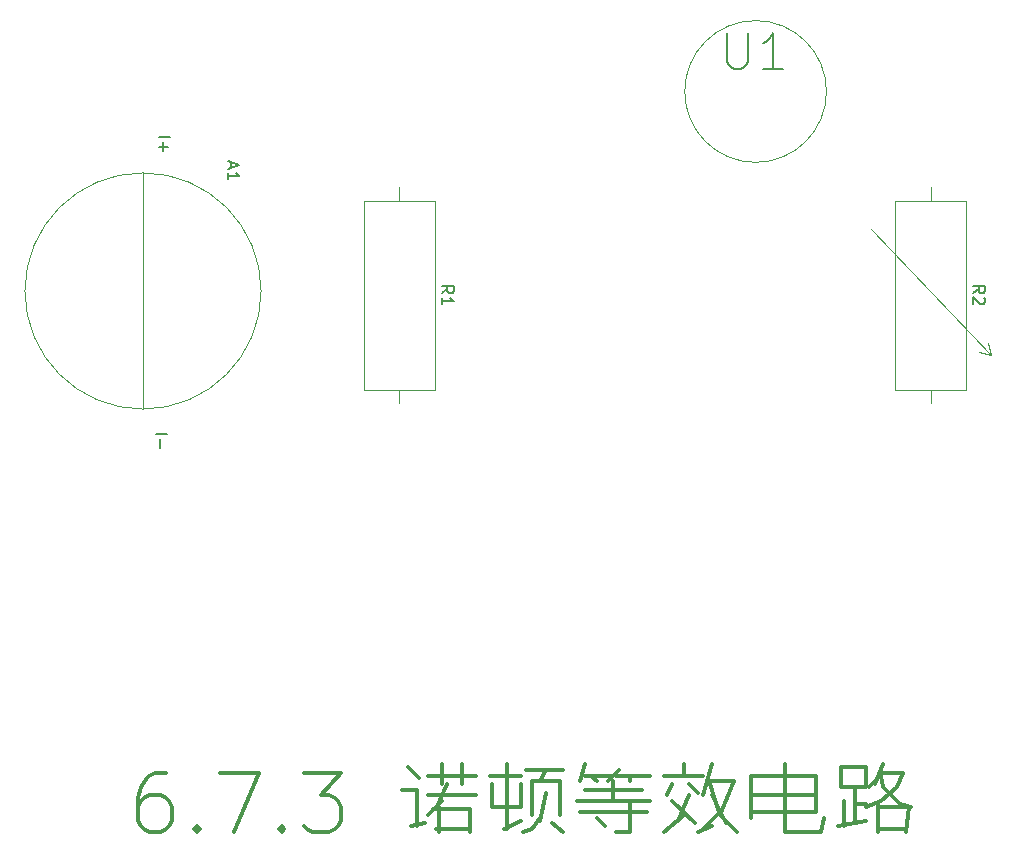
<source format=gbr>
%TF.GenerationSoftware,KiCad,Pcbnew,(6.0.7)*%
%TF.CreationDate,2022-09-05T15:17:16+08:00*%
%TF.ProjectId,6_7_3,365f375f-332e-46b6-9963-61645f706362,rev?*%
%TF.SameCoordinates,Original*%
%TF.FileFunction,Legend,Top*%
%TF.FilePolarity,Positive*%
%FSLAX46Y46*%
G04 Gerber Fmt 4.6, Leading zero omitted, Abs format (unit mm)*
G04 Created by KiCad (PCBNEW (6.0.7)) date 2022-09-05 15:17:16*
%MOMM*%
%LPD*%
G01*
G04 APERTURE LIST*
%ADD10C,0.300000*%
%ADD11C,0.150000*%
%ADD12C,0.120000*%
G04 APERTURE END LIST*
D10*
X32118904Y-93350104D02*
X31166523Y-93350104D01*
X30690333Y-93588200D01*
X30452238Y-93826295D01*
X29976047Y-94540580D01*
X29737952Y-95492961D01*
X29737952Y-97397723D01*
X29976047Y-97873914D01*
X30214142Y-98112009D01*
X30690333Y-98350104D01*
X31642714Y-98350104D01*
X32118904Y-98112009D01*
X32356999Y-97873914D01*
X32595095Y-97397723D01*
X32595095Y-96207247D01*
X32356999Y-95731057D01*
X32118904Y-95492961D01*
X31642714Y-95254866D01*
X30690333Y-95254866D01*
X30214142Y-95492961D01*
X29976047Y-95731057D01*
X29737952Y-96207247D01*
X34737952Y-97873914D02*
X34976047Y-98112009D01*
X34737952Y-98350104D01*
X34499857Y-98112009D01*
X34737952Y-97873914D01*
X34737952Y-98350104D01*
X36642714Y-93350104D02*
X39976047Y-93350104D01*
X37833190Y-98350104D01*
X41880809Y-97873914D02*
X42118904Y-98112009D01*
X41880809Y-98350104D01*
X41642714Y-98112009D01*
X41880809Y-97873914D01*
X41880809Y-98350104D01*
X43785571Y-93350104D02*
X46880809Y-93350104D01*
X45214142Y-95254866D01*
X45928428Y-95254866D01*
X46404619Y-95492961D01*
X46642714Y-95731057D01*
X46880809Y-96207247D01*
X46880809Y-97397723D01*
X46642714Y-97873914D01*
X46404619Y-98112009D01*
X45928428Y-98350104D01*
X44499857Y-98350104D01*
X44023666Y-98112009D01*
X43785571Y-97873914D01*
X54261761Y-93588200D02*
X58309380Y-93588200D01*
X54261761Y-95254866D02*
X58309380Y-95254866D01*
X54976047Y-98112009D02*
X57833190Y-98112009D01*
X52118904Y-94778676D02*
X53309380Y-94778676D01*
X53309380Y-97873914D01*
X55214142Y-96207247D02*
X55214142Y-98350104D01*
X55452238Y-92635819D02*
X55452238Y-94302485D01*
X57118904Y-92635819D02*
X57118904Y-94302485D01*
X54737952Y-96445342D02*
X57833190Y-96445342D01*
X57833190Y-98350104D01*
X52595095Y-92873914D02*
X53547476Y-93826295D01*
X55452238Y-95731057D02*
X54261761Y-96921533D01*
X55928428Y-94302485D02*
X54976047Y-96445342D01*
X54023666Y-97635819D02*
X52833190Y-97873914D01*
X62595095Y-93112009D02*
X65690333Y-93112009D01*
X59499857Y-93588200D02*
X62118904Y-93588200D01*
X59737952Y-96207247D02*
X62118904Y-96207247D01*
X59737952Y-94302485D02*
X59737952Y-96207247D01*
X60928428Y-92635819D02*
X60928428Y-98112009D01*
X62118904Y-94302485D02*
X62118904Y-96207247D01*
X63071285Y-94064390D02*
X63071285Y-96921533D01*
X63071285Y-94064390D02*
X65452238Y-94064390D01*
X65452238Y-96921533D01*
X64737952Y-97635819D02*
X65690333Y-98350104D01*
X64261761Y-93112009D02*
X63785571Y-94064390D01*
X62118904Y-97397723D02*
X60690333Y-98112009D01*
X63785571Y-97159628D02*
X63071285Y-98112009D01*
X62356999Y-98350104D01*
X64261761Y-95016771D02*
X63785571Y-97397723D01*
X67595095Y-93588200D02*
X69737952Y-93588200D01*
X70214142Y-93588200D02*
X73071285Y-93588200D01*
X67595095Y-94778676D02*
X72357000Y-94778676D01*
X66880809Y-95731057D02*
X73071285Y-95731057D01*
X67118904Y-96683438D02*
X72833190Y-96683438D01*
X70214142Y-98350104D02*
X71404619Y-98350104D01*
X69976047Y-94064390D02*
X69976047Y-95731057D01*
X71404619Y-95731057D02*
X71404619Y-98350104D01*
X68547476Y-97159628D02*
X69261761Y-97873914D01*
X71404619Y-93588200D02*
X71404619Y-94064390D01*
X70452238Y-93112009D02*
X69499857Y-94064390D01*
X68071285Y-93588200D02*
X68547476Y-94064390D01*
X67595095Y-92635819D02*
X67118904Y-94064390D01*
X74261761Y-93588200D02*
X77595095Y-93588200D01*
X75928428Y-92635819D02*
X75928428Y-93588200D01*
X79023666Y-96921533D02*
X80452238Y-98350104D01*
X74976047Y-95731057D02*
X76880809Y-97635819D01*
X76404619Y-94302485D02*
X77118904Y-95016771D01*
X75928428Y-96921533D02*
X74261761Y-98350104D01*
X78309380Y-97873914D02*
X77118904Y-98350104D01*
X79023666Y-96683438D02*
X77595095Y-98112009D01*
X78309380Y-95254866D02*
X79499857Y-97635819D01*
X74976047Y-94302485D02*
X74499857Y-95254866D01*
X76404619Y-95254866D02*
X75452238Y-97397723D01*
X78071285Y-94064390D02*
X79023666Y-96921533D01*
X78071285Y-94064390D02*
X80214142Y-94064390D01*
X79023666Y-96921533D01*
X78309380Y-92635819D02*
X77595095Y-95254866D01*
X81642714Y-95254866D02*
X87118904Y-95254866D01*
X81642714Y-96683438D02*
X87118904Y-96683438D01*
X84499857Y-98350104D02*
X87595095Y-98350104D01*
X81642714Y-93588200D02*
X81642714Y-97159628D01*
X84499857Y-92635819D02*
X84499857Y-98350104D01*
X81642714Y-93588200D02*
X87118904Y-93588200D01*
X87118904Y-96683438D01*
X87833190Y-97159628D02*
X87595095Y-98350104D01*
X89261761Y-94540580D02*
X91404619Y-94540580D01*
X90452238Y-95969152D02*
X91404619Y-95969152D01*
X92357000Y-98112009D02*
X94737952Y-98112009D01*
X89261761Y-92873914D02*
X89261761Y-94540580D01*
X89499857Y-95731057D02*
X89499857Y-97873914D01*
X90452238Y-94540580D02*
X90452238Y-97635819D01*
X89261761Y-92873914D02*
X91404619Y-92873914D01*
X91404619Y-94540580D01*
X92357000Y-95969152D02*
X92357000Y-98350104D01*
X92357000Y-96207247D02*
X94976047Y-96207247D01*
X94737952Y-98350104D01*
X92357000Y-93826295D02*
X91642714Y-94540580D01*
X92595095Y-93588200D02*
X92833190Y-94540580D01*
X94261761Y-95969152D01*
X95214142Y-96207247D01*
X92833190Y-92635819D02*
X92118904Y-94302485D01*
X92595095Y-93350104D02*
X94499857Y-93350104D01*
X94023666Y-94540580D01*
X92595095Y-95731057D01*
X91404619Y-96207247D01*
X91404619Y-97397723D02*
X89023666Y-97873914D01*
D11*
%TO.C,A1*%
X37603133Y-41678314D02*
X37603133Y-42154504D01*
X37317419Y-41583076D02*
X38317419Y-41916409D01*
X37317419Y-42249742D01*
X37317419Y-43106885D02*
X37317419Y-42535457D01*
X37317419Y-42821171D02*
X38317419Y-42821171D01*
X38174561Y-42725933D01*
X38079323Y-42630695D01*
X38031704Y-42535457D01*
X31475419Y-39487552D02*
X32475419Y-39487552D01*
X31856371Y-39963742D02*
X31856371Y-40725647D01*
X31475419Y-40344695D02*
X32237323Y-40344695D01*
X31221419Y-64633552D02*
X32221419Y-64633552D01*
X31602371Y-65109742D02*
X31602371Y-65871647D01*
%TO.C,R1*%
X55453019Y-52741533D02*
X55929209Y-52408200D01*
X55453019Y-52170104D02*
X56453019Y-52170104D01*
X56453019Y-52551057D01*
X56405400Y-52646295D01*
X56357780Y-52693914D01*
X56262542Y-52741533D01*
X56119685Y-52741533D01*
X56024447Y-52693914D01*
X55976828Y-52646295D01*
X55929209Y-52551057D01*
X55929209Y-52170104D01*
X55453019Y-53693914D02*
X55453019Y-53122485D01*
X55453019Y-53408200D02*
X56453019Y-53408200D01*
X56310161Y-53312961D01*
X56214923Y-53217723D01*
X56167304Y-53122485D01*
%TO.C,R2*%
X100436419Y-52741533D02*
X100912609Y-52408200D01*
X100436419Y-52170104D02*
X101436419Y-52170104D01*
X101436419Y-52551057D01*
X101388800Y-52646295D01*
X101341180Y-52693914D01*
X101245942Y-52741533D01*
X101103085Y-52741533D01*
X101007847Y-52693914D01*
X100960228Y-52646295D01*
X100912609Y-52551057D01*
X100912609Y-52170104D01*
X101341180Y-53122485D02*
X101388800Y-53170104D01*
X101436419Y-53265342D01*
X101436419Y-53503438D01*
X101388800Y-53598676D01*
X101341180Y-53646295D01*
X101245942Y-53693914D01*
X101150704Y-53693914D01*
X101007847Y-53646295D01*
X100436419Y-53074866D01*
X100436419Y-53693914D01*
%TO.C,U1*%
X79629285Y-30742142D02*
X79629285Y-33170714D01*
X79772142Y-33456428D01*
X79915000Y-33599285D01*
X80200714Y-33742142D01*
X80772142Y-33742142D01*
X81057857Y-33599285D01*
X81200714Y-33456428D01*
X81343571Y-33170714D01*
X81343571Y-30742142D01*
X84343571Y-33742142D02*
X82629285Y-33742142D01*
X83486428Y-33742142D02*
X83486428Y-30742142D01*
X83200714Y-31170714D01*
X82915000Y-31456428D01*
X82629285Y-31599285D01*
D12*
%TO.C,A1*%
X30149800Y-42552600D02*
X30149800Y-62552600D01*
X40149800Y-52552600D02*
G75*
G03*
X40149800Y-52552600I-10000000J0D01*
G01*
%TO.C,R1*%
X51841400Y-44908200D02*
X51841400Y-43764200D01*
X51841400Y-60908200D02*
X51841400Y-62052200D01*
X54841400Y-44908200D02*
X48841400Y-44908200D01*
X48841400Y-44908200D02*
X48841400Y-60908200D01*
X48841400Y-60908200D02*
X54841400Y-60908200D01*
X54841400Y-60908200D02*
X54841400Y-44908200D01*
%TO.C,R2*%
X101650800Y-56972200D02*
X101904800Y-57988200D01*
X101904800Y-57988200D02*
X100888800Y-57734200D01*
X96824800Y-44908200D02*
X96824800Y-43764200D01*
X96824800Y-60908200D02*
X96824800Y-62052200D01*
X101904800Y-57988200D02*
X91744800Y-47320200D01*
X99824800Y-44908200D02*
X93824800Y-44908200D01*
X93824800Y-44908200D02*
X93824800Y-60908200D01*
X93824800Y-60908200D02*
X99824800Y-60908200D01*
X99824800Y-60908200D02*
X99824800Y-44908200D01*
%TO.C,U1*%
X88016600Y-35661600D02*
G75*
G03*
X88016600Y-35661600I-6000000J0D01*
G01*
%TD*%
M02*

</source>
